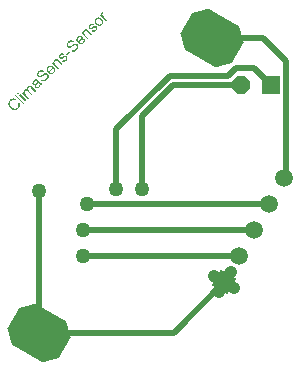
<source format=gtl>
G04*
G04 #@! TF.GenerationSoftware,Altium Limited,Altium NEXUS,1.0.9 (89)*
G04*
G04 Layer_Physical_Order=1*
G04 Layer_Color=255*
%FSLAX42Y42*%
%MOMM*%
G71*
G01*
G75*
G04:AMPARAMS|DCode=11|XSize=4mm|YSize=5mm|CornerRadius=0mm|HoleSize=0mm|Usage=FLASHONLY|Rotation=240.000|XOffset=0mm|YOffset=0mm|HoleType=Round|Shape=Octagon|*
%AMOCTAGOND11*
4,1,8,2.67,-0.38,1.67,-2.12,0.30,-2.48,-2.30,-0.98,-2.67,0.38,-1.67,2.12,-0.30,2.48,2.30,0.98,2.67,-0.38,0.0*
%
%ADD11OCTAGOND11*%

%ADD12C,1.00*%
%ADD18C,0.50*%
%ADD19P,1.65X8X22.5*%
%ADD20R,1.52X1.52*%
%ADD21P,2.16X4X105.0*%
%ADD22C,1.52*%
%ADD23C,1.27*%
G36*
X846Y2959D02*
X845D01*
X845Y2959D01*
X844Y2958D01*
X843Y2958D01*
X841Y2957D01*
X840Y2956D01*
X839Y2955D01*
X838Y2954D01*
X837Y2954D01*
X837Y2953D01*
X836Y2953D01*
X835Y2952D01*
X835Y2950D01*
X834Y2949D01*
X834Y2948D01*
Y2947D01*
Y2947D01*
Y2946D01*
Y2945D01*
X834Y2944D01*
X835Y2943D01*
X835Y2941D01*
X836Y2940D01*
X836Y2940D01*
X836Y2939D01*
X837Y2938D01*
X838Y2936D01*
X839Y2935D01*
X841Y2933D01*
X843Y2931D01*
X844Y2929D01*
X871Y2903D01*
X862Y2894D01*
X812Y2944D01*
X820Y2952D01*
X827Y2944D01*
Y2945D01*
X827Y2946D01*
X827Y2947D01*
X826Y2949D01*
X826Y2951D01*
X826Y2953D01*
X825Y2955D01*
X826Y2957D01*
Y2957D01*
X826Y2957D01*
X826Y2958D01*
X826Y2959D01*
X827Y2960D01*
X828Y2961D01*
X828Y2962D01*
X829Y2964D01*
X830Y2964D01*
X831Y2965D01*
X832Y2966D01*
X834Y2967D01*
X836Y2968D01*
X838Y2969D01*
X841Y2970D01*
X846Y2959D01*
D02*
G37*
G36*
X749Y2870D02*
X749D01*
X750Y2870D01*
X751Y2870D01*
X752Y2870D01*
X754Y2869D01*
X755Y2868D01*
X757Y2867D01*
X760Y2866D01*
X752Y2856D01*
X752Y2857D01*
X752Y2857D01*
X751Y2857D01*
X750Y2858D01*
X748Y2858D01*
X747Y2859D01*
X745Y2859D01*
X743Y2859D01*
X743D01*
X742Y2859D01*
X741Y2858D01*
X740Y2858D01*
X738Y2857D01*
X737Y2857D01*
X735Y2855D01*
X733Y2854D01*
X732Y2853D01*
X731Y2851D01*
X730Y2850D01*
X729Y2848D01*
X728Y2847D01*
X727Y2845D01*
X727Y2843D01*
Y2843D01*
X727Y2843D01*
Y2842D01*
X727Y2841D01*
X727Y2840D01*
X728Y2838D01*
X728Y2837D01*
X729Y2836D01*
X729Y2836D01*
X729Y2836D01*
X730Y2836D01*
X730Y2835D01*
X731Y2835D01*
X733Y2834D01*
X734D01*
X735Y2834D01*
X736Y2835D01*
X737Y2835D01*
X738Y2835D01*
X738Y2835D01*
X739Y2835D01*
X739Y2836D01*
X740Y2836D01*
X742Y2837D01*
X743Y2838D01*
X744Y2838D01*
X745Y2839D01*
X747Y2840D01*
X748Y2841D01*
X748Y2841D01*
X749Y2841D01*
X749Y2841D01*
X750Y2842D01*
X751Y2842D01*
X752Y2843D01*
X754Y2844D01*
X757Y2846D01*
X760Y2847D01*
X762Y2848D01*
X763Y2849D01*
X764Y2849D01*
X765Y2849D01*
X765Y2849D01*
X766Y2850D01*
X768Y2850D01*
X769Y2850D01*
X771Y2850D01*
X773D01*
X775Y2850D01*
X775D01*
X775Y2850D01*
X776Y2850D01*
X778Y2849D01*
X779Y2849D01*
X781Y2848D01*
X782Y2847D01*
X784Y2845D01*
X784Y2845D01*
X785Y2844D01*
X785Y2843D01*
X786Y2842D01*
X787Y2841D01*
X788Y2839D01*
X789Y2837D01*
X789Y2835D01*
X789Y2834D01*
X789Y2834D01*
X790Y2832D01*
Y2831D01*
X789Y2829D01*
X789Y2826D01*
X789Y2824D01*
X788Y2822D01*
X788Y2821D01*
X787Y2820D01*
X787Y2819D01*
X786Y2818D01*
X785Y2816D01*
X783Y2814D01*
X781Y2811D01*
X779Y2809D01*
X778Y2808D01*
X778Y2808D01*
X777Y2807D01*
X776Y2806D01*
X773Y2804D01*
X770Y2802D01*
X767Y2800D01*
X764Y2799D01*
X762Y2799D01*
X761Y2798D01*
X760Y2798D01*
X760Y2798D01*
X759D01*
X757Y2798D01*
X755Y2799D01*
X752Y2799D01*
X749Y2800D01*
X745Y2802D01*
X742Y2804D01*
X749Y2814D01*
X749Y2814D01*
X749Y2813D01*
X750Y2813D01*
X751Y2812D01*
X753Y2812D01*
X754Y2811D01*
X756Y2810D01*
X758Y2810D01*
X761Y2810D01*
X761Y2810D01*
X762Y2810D01*
X763Y2810D01*
X764Y2811D01*
X766Y2812D01*
X768Y2813D01*
X770Y2814D01*
X772Y2816D01*
X773Y2817D01*
X774Y2818D01*
X775Y2820D01*
X776Y2821D01*
X777Y2823D01*
X778Y2825D01*
X779Y2827D01*
Y2827D01*
Y2828D01*
Y2829D01*
X779Y2830D01*
X778Y2831D01*
X778Y2833D01*
X777Y2834D01*
X776Y2835D01*
X776Y2836D01*
X776Y2836D01*
X775Y2836D01*
X774Y2837D01*
X773Y2837D01*
X772Y2837D01*
X770Y2838D01*
X769Y2837D01*
X769D01*
X768Y2837D01*
X768Y2837D01*
X766Y2837D01*
X765Y2836D01*
X763Y2835D01*
X762Y2834D01*
X760Y2833D01*
X759Y2833D01*
X757Y2832D01*
X757Y2832D01*
X757Y2831D01*
X756Y2831D01*
X756Y2831D01*
X755Y2830D01*
X753Y2829D01*
X751Y2828D01*
X748Y2826D01*
X745Y2825D01*
X743Y2824D01*
X741Y2823D01*
X740Y2823D01*
X740Y2823D01*
X740Y2823D01*
X738Y2822D01*
X737Y2822D01*
X736Y2822D01*
X734Y2822D01*
X732D01*
X730Y2822D01*
X730D01*
X729Y2822D01*
X729Y2823D01*
X727Y2823D01*
X726Y2824D01*
X725Y2825D01*
X723Y2826D01*
X722Y2827D01*
X721Y2827D01*
X721Y2828D01*
X721Y2828D01*
X720Y2829D01*
X719Y2830D01*
X718Y2832D01*
X717Y2833D01*
X717Y2835D01*
Y2835D01*
X717Y2835D01*
X717Y2836D01*
X716Y2837D01*
X716Y2839D01*
X716Y2840D01*
Y2842D01*
X716Y2844D01*
Y2844D01*
X717Y2844D01*
X717Y2845D01*
X717Y2846D01*
X717Y2847D01*
X718Y2848D01*
X718Y2850D01*
X719Y2851D01*
X719Y2852D01*
X720Y2852D01*
X720Y2853D01*
X721Y2854D01*
X722Y2856D01*
X723Y2857D01*
X724Y2858D01*
X727Y2861D01*
X728Y2862D01*
X729Y2863D01*
X731Y2865D01*
X733Y2866D01*
X735Y2867D01*
X738Y2869D01*
X738Y2869D01*
X738D01*
X739Y2869D01*
X740Y2869D01*
X741Y2870D01*
X743Y2870D01*
X745Y2870D01*
X747Y2871D01*
X749Y2870D01*
D02*
G37*
G36*
X803Y2922D02*
X803Y2922D01*
X805Y2922D01*
X806Y2921D01*
X808Y2921D01*
X809Y2920D01*
X811Y2920D01*
X813Y2919D01*
X815Y2918D01*
X818Y2917D01*
X820Y2915D01*
X822Y2914D01*
X824Y2912D01*
X827Y2910D01*
X827Y2910D01*
X827Y2909D01*
X827Y2909D01*
X828Y2908D01*
X829Y2907D01*
X830Y2906D01*
X831Y2905D01*
X832Y2904D01*
X834Y2901D01*
X836Y2898D01*
X838Y2895D01*
X839Y2892D01*
X839Y2892D01*
Y2891D01*
X839Y2891D01*
X839Y2890D01*
X839Y2889D01*
X840Y2886D01*
X840Y2884D01*
Y2881D01*
X840Y2878D01*
X839Y2875D01*
X839Y2875D01*
Y2874D01*
X839Y2874D01*
X838Y2873D01*
X838Y2873D01*
X838Y2872D01*
X837Y2870D01*
X836Y2867D01*
X834Y2865D01*
X832Y2862D01*
X830Y2860D01*
X829Y2859D01*
X828Y2858D01*
X827Y2857D01*
X826Y2856D01*
X825Y2855D01*
X823Y2854D01*
X819Y2853D01*
X818Y2852D01*
X815Y2851D01*
X813Y2850D01*
X811Y2850D01*
X809Y2849D01*
X806Y2849D01*
X806D01*
X805Y2849D01*
X804Y2850D01*
X803Y2850D01*
X801Y2850D01*
X800Y2850D01*
X798Y2851D01*
X796Y2852D01*
X794Y2853D01*
X792Y2854D01*
X790Y2855D01*
X788Y2856D01*
X785Y2858D01*
X783Y2860D01*
X780Y2862D01*
X780Y2863D01*
X780Y2863D01*
X779Y2864D01*
X778Y2865D01*
X777Y2866D01*
X776Y2867D01*
X775Y2869D01*
X773Y2871D01*
X772Y2873D01*
X771Y2875D01*
X770Y2878D01*
X769Y2880D01*
X768Y2883D01*
X768Y2885D01*
X768Y2888D01*
Y2891D01*
Y2891D01*
X768Y2891D01*
Y2892D01*
X768Y2893D01*
X768Y2894D01*
X768Y2895D01*
X769Y2896D01*
X769Y2898D01*
X770Y2899D01*
X770Y2901D01*
X772Y2905D01*
X774Y2908D01*
X776Y2910D01*
X778Y2912D01*
X779Y2913D01*
X779Y2914D01*
X780Y2914D01*
X781Y2915D01*
X783Y2916D01*
X784Y2917D01*
X788Y2919D01*
X790Y2920D01*
X792Y2921D01*
X794Y2921D01*
X796Y2922D01*
X799Y2922D01*
X802D01*
X803Y2922D01*
D02*
G37*
G36*
X699Y2821D02*
X699D01*
X700Y2821D01*
X701Y2821D01*
X702Y2821D01*
X703Y2820D01*
X705Y2820D01*
X706Y2819D01*
X708Y2818D01*
X708Y2818D01*
X708Y2817D01*
X709Y2817D01*
X710Y2816D01*
X711Y2815D01*
X713Y2814D01*
X714Y2812D01*
X717Y2810D01*
X747Y2779D01*
X739Y2771D01*
X708Y2801D01*
X708Y2801D01*
X708Y2801D01*
X708Y2802D01*
X707Y2803D01*
X705Y2804D01*
X704Y2805D01*
X702Y2806D01*
X701Y2807D01*
X700Y2808D01*
X700Y2808D01*
X699Y2808D01*
X698Y2808D01*
X697Y2809D01*
X696Y2809D01*
X693D01*
X692Y2808D01*
X692D01*
X691Y2808D01*
X690Y2808D01*
X689Y2808D01*
X688Y2807D01*
X687Y2806D01*
X686Y2805D01*
X685Y2804D01*
X684Y2803D01*
X683Y2802D01*
X682Y2801D01*
X681Y2799D01*
X680Y2797D01*
X679Y2794D01*
X679Y2791D01*
Y2791D01*
X679Y2790D01*
X679Y2789D01*
X679Y2789D01*
X680Y2788D01*
X680Y2786D01*
X680Y2785D01*
X681Y2784D01*
X682Y2783D01*
X682Y2781D01*
X684Y2780D01*
X685Y2778D01*
X686Y2776D01*
X688Y2774D01*
X715Y2747D01*
X707Y2739D01*
X657Y2789D01*
X664Y2796D01*
X672Y2789D01*
Y2789D01*
X671Y2790D01*
X671Y2791D01*
X671Y2792D01*
X671Y2793D01*
Y2794D01*
X671Y2796D01*
X671Y2797D01*
X672Y2799D01*
X672Y2801D01*
X673Y2803D01*
X673Y2805D01*
X674Y2807D01*
X676Y2809D01*
X677Y2811D01*
X679Y2813D01*
X680Y2814D01*
X681Y2815D01*
X682Y2816D01*
X683Y2817D01*
X685Y2818D01*
X687Y2819D01*
X689Y2820D01*
X689Y2820D01*
X690Y2820D01*
X691Y2821D01*
X692Y2821D01*
X694Y2821D01*
X695Y2822D01*
X697D01*
X699Y2821D01*
D02*
G37*
G36*
X576Y2729D02*
X576Y2728D01*
X577Y2728D01*
X579Y2728D01*
X580Y2727D01*
X583Y2726D01*
X585Y2725D01*
X588Y2723D01*
X590Y2721D01*
X582Y2712D01*
X582Y2712D01*
X582Y2712D01*
X581Y2712D01*
X581Y2713D01*
X579Y2714D01*
X577Y2715D01*
X575Y2716D01*
X573Y2716D01*
X570Y2717D01*
X567Y2717D01*
X567Y2717D01*
X566Y2717D01*
X565Y2716D01*
X562Y2716D01*
X560Y2714D01*
X558Y2713D01*
X555Y2711D01*
X552Y2708D01*
X550Y2707D01*
X550Y2706D01*
X549Y2705D01*
X548Y2703D01*
X546Y2701D01*
X545Y2698D01*
X544Y2696D01*
X543Y2694D01*
X543Y2693D01*
X543Y2693D01*
Y2692D01*
X543Y2691D01*
X543Y2689D01*
X544Y2687D01*
X544Y2685D01*
X545Y2684D01*
X546Y2682D01*
X547Y2682D01*
X547Y2681D01*
X548Y2681D01*
X549Y2680D01*
X550Y2679D01*
X552Y2679D01*
X553Y2678D01*
X555D01*
X556Y2679D01*
X557Y2679D01*
X558Y2679D01*
X558Y2679D01*
X559Y2680D01*
X561Y2680D01*
X562Y2681D01*
X564Y2681D01*
X565Y2682D01*
X567Y2683D01*
X569Y2684D01*
X572Y2686D01*
X574Y2687D01*
X574Y2687D01*
X575Y2688D01*
X575Y2688D01*
X576Y2689D01*
X577Y2689D01*
X579Y2690D01*
X582Y2692D01*
X585Y2694D01*
X588Y2696D01*
X589Y2696D01*
X591Y2697D01*
X592Y2698D01*
X594Y2698D01*
X594Y2698D01*
X594Y2698D01*
X594Y2698D01*
X595Y2699D01*
X597Y2699D01*
X599Y2700D01*
X601Y2700D01*
X604Y2700D01*
X607Y2700D01*
X610Y2700D01*
X610Y2700D01*
X611Y2700D01*
X612Y2699D01*
X614Y2699D01*
X616Y2698D01*
X618Y2697D01*
X620Y2695D01*
X622Y2693D01*
X622Y2693D01*
X622Y2693D01*
X623Y2693D01*
X623Y2692D01*
X624Y2691D01*
X625Y2689D01*
X626Y2687D01*
X628Y2685D01*
X629Y2682D01*
X629Y2680D01*
X630Y2679D01*
Y2679D01*
X630Y2678D01*
X630Y2677D01*
X630Y2674D01*
X630Y2672D01*
X629Y2669D01*
X629Y2666D01*
X628Y2663D01*
X628Y2663D01*
X628Y2662D01*
X627Y2662D01*
X627Y2661D01*
X627Y2661D01*
X626Y2660D01*
X625Y2658D01*
X624Y2655D01*
X622Y2653D01*
X620Y2650D01*
X617Y2647D01*
X616Y2645D01*
X615Y2645D01*
X614Y2644D01*
X613Y2643D01*
X612Y2642D01*
X609Y2640D01*
X606Y2638D01*
X602Y2636D01*
X599Y2634D01*
X599Y2634D01*
X598Y2634D01*
X598Y2634D01*
X597Y2633D01*
X596Y2633D01*
X593Y2632D01*
X590Y2632D01*
X587Y2632D01*
X584D01*
X581Y2632D01*
X581Y2632D01*
X580D01*
X580Y2632D01*
X579Y2633D01*
X578Y2633D01*
X577Y2633D01*
X575Y2634D01*
X573Y2635D01*
X570Y2637D01*
X567Y2639D01*
X565Y2641D01*
X572Y2650D01*
X573Y2650D01*
X573Y2650D01*
X573Y2650D01*
X575Y2649D01*
X576Y2648D01*
X578Y2647D01*
X580Y2646D01*
X582Y2645D01*
X584Y2645D01*
X584D01*
X585Y2644D01*
X586Y2644D01*
X587Y2644D01*
X589D01*
X591Y2645D01*
X594Y2645D01*
X596Y2646D01*
X596Y2646D01*
X596D01*
X597Y2647D01*
X599Y2647D01*
X600Y2648D01*
X602Y2649D01*
X604Y2651D01*
X606Y2653D01*
X609Y2655D01*
X610Y2656D01*
X610Y2657D01*
X612Y2658D01*
X613Y2660D01*
X614Y2661D01*
X615Y2663D01*
X616Y2665D01*
X616Y2666D01*
X617Y2666D01*
X617Y2667D01*
X617Y2669D01*
X618Y2670D01*
X618Y2672D01*
X618Y2674D01*
X618Y2676D01*
Y2676D01*
X618Y2676D01*
X618Y2677D01*
X617Y2678D01*
X617Y2680D01*
X616Y2681D01*
X615Y2682D01*
X614Y2684D01*
X614Y2684D01*
X614Y2684D01*
X613Y2685D01*
X612Y2685D01*
X611Y2686D01*
X610Y2686D01*
X608Y2687D01*
X607Y2687D01*
X606D01*
X606Y2687D01*
X605Y2687D01*
X604D01*
X602Y2687D01*
X601Y2687D01*
X598Y2686D01*
X596Y2685D01*
X596D01*
X596Y2685D01*
X594Y2684D01*
X594Y2684D01*
X593Y2683D01*
X592Y2683D01*
X591Y2682D01*
X589Y2682D01*
X588Y2681D01*
X586Y2680D01*
X585Y2679D01*
X583Y2678D01*
X581Y2676D01*
X581Y2676D01*
X580Y2676D01*
X580Y2676D01*
X579Y2675D01*
X578Y2674D01*
X577Y2674D01*
X574Y2672D01*
X571Y2671D01*
X568Y2669D01*
X565Y2668D01*
X564Y2668D01*
X563Y2667D01*
X563Y2667D01*
X563D01*
X562Y2667D01*
X560Y2667D01*
X558Y2666D01*
X556Y2666D01*
X554Y2666D01*
X552Y2666D01*
X549Y2666D01*
X549Y2666D01*
X548Y2666D01*
X547Y2667D01*
X546Y2668D01*
X544Y2668D01*
X542Y2670D01*
X540Y2671D01*
X538Y2673D01*
X538Y2673D01*
X538Y2673D01*
X538Y2673D01*
X537Y2673D01*
X537Y2675D01*
X535Y2676D01*
X534Y2678D01*
X533Y2680D01*
X532Y2682D01*
X531Y2685D01*
X531Y2685D01*
Y2685D01*
X531Y2686D01*
X531Y2688D01*
Y2690D01*
X531Y2692D01*
X531Y2695D01*
X532Y2698D01*
X533Y2701D01*
X533Y2701D01*
X533Y2701D01*
X533Y2702D01*
X534Y2702D01*
X534Y2703D01*
X534Y2704D01*
X536Y2706D01*
X537Y2708D01*
X539Y2711D01*
X541Y2713D01*
X543Y2716D01*
X545Y2717D01*
X545Y2718D01*
X546Y2718D01*
X548Y2720D01*
X551Y2722D01*
X553Y2724D01*
X556Y2725D01*
X559Y2727D01*
X560Y2727D01*
X560Y2727D01*
X560Y2727D01*
X561Y2727D01*
X562Y2728D01*
X565Y2728D01*
X567Y2729D01*
X570Y2729D01*
X573D01*
X576Y2729D01*
D02*
G37*
G36*
X647Y2766D02*
X648Y2766D01*
X649Y2766D01*
X650Y2765D01*
X652Y2765D01*
X654Y2765D01*
X656Y2764D01*
X658Y2763D01*
X660Y2762D01*
X662Y2761D01*
X664Y2759D01*
X666Y2758D01*
X669Y2756D01*
X671Y2753D01*
X671Y2753D01*
X672Y2753D01*
X673Y2752D01*
X673Y2751D01*
X636Y2714D01*
X636Y2714D01*
X636Y2713D01*
X637Y2713D01*
X637Y2713D01*
X638Y2712D01*
X639Y2711D01*
X641Y2710D01*
X644Y2708D01*
X647Y2707D01*
X650Y2706D01*
X653Y2706D01*
X655D01*
X656Y2706D01*
X658Y2706D01*
X661Y2707D01*
X663Y2708D01*
X666Y2710D01*
X668Y2712D01*
X669Y2713D01*
X670Y2714D01*
X671Y2715D01*
X672Y2716D01*
X672Y2718D01*
X673Y2720D01*
X674Y2722D01*
Y2722D01*
Y2723D01*
X674Y2724D01*
X674Y2726D01*
X674Y2728D01*
X673Y2730D01*
X672Y2733D01*
X671Y2735D01*
X681Y2743D01*
X681Y2743D01*
X681Y2743D01*
X682Y2742D01*
X682Y2741D01*
X682Y2740D01*
X683Y2739D01*
X684Y2737D01*
X685Y2734D01*
X685Y2731D01*
X685Y2727D01*
X685Y2723D01*
X685Y2723D01*
X685Y2723D01*
X685Y2722D01*
X685Y2722D01*
X685Y2721D01*
X684Y2720D01*
X684Y2719D01*
X683Y2717D01*
X682Y2715D01*
X680Y2711D01*
X678Y2708D01*
X675Y2705D01*
X674Y2704D01*
X673Y2703D01*
X672Y2702D01*
X671Y2701D01*
X670Y2700D01*
X668Y2699D01*
X664Y2697D01*
X662Y2696D01*
X660Y2696D01*
X658Y2695D01*
X656Y2694D01*
X653Y2694D01*
X651Y2694D01*
X650D01*
X650Y2694D01*
X649Y2694D01*
X648Y2695D01*
X646Y2695D01*
X645Y2695D01*
X643Y2696D01*
X641Y2696D01*
X639Y2697D01*
X637Y2698D01*
X635Y2700D01*
X633Y2701D01*
X630Y2703D01*
X628Y2705D01*
X626Y2707D01*
X626Y2707D01*
X625Y2707D01*
X624Y2708D01*
X624Y2709D01*
X623Y2710D01*
X622Y2711D01*
X620Y2713D01*
X619Y2715D01*
X617Y2719D01*
X616Y2721D01*
X615Y2723D01*
X614Y2725D01*
X613Y2728D01*
X613Y2730D01*
X612Y2733D01*
Y2733D01*
Y2733D01*
X613Y2734D01*
X612Y2735D01*
X613Y2736D01*
X613Y2738D01*
X613Y2739D01*
X613Y2741D01*
X614Y2743D01*
X615Y2745D01*
X615Y2746D01*
X616Y2749D01*
X617Y2751D01*
X619Y2753D01*
X621Y2755D01*
X622Y2757D01*
X623Y2758D01*
X624Y2758D01*
X625Y2759D01*
X626Y2760D01*
X628Y2761D01*
X629Y2762D01*
X632Y2763D01*
X634Y2764D01*
X636Y2765D01*
X638Y2765D01*
X641Y2766D01*
X643Y2766D01*
X646D01*
X647Y2766D01*
D02*
G37*
G36*
X559Y2632D02*
X533Y2606D01*
X524Y2614D01*
X550Y2641D01*
X559Y2632D01*
D02*
G37*
G36*
X497Y2619D02*
X497D01*
X498Y2618D01*
X499Y2618D01*
X500Y2618D01*
X502Y2617D01*
X504Y2616D01*
X505Y2615D01*
X508Y2614D01*
X500Y2604D01*
X500Y2605D01*
X500Y2605D01*
X499Y2605D01*
X498Y2606D01*
X496Y2606D01*
X495Y2607D01*
X493Y2607D01*
X491Y2607D01*
X491D01*
X490Y2607D01*
X489Y2607D01*
X488Y2606D01*
X487Y2606D01*
X485Y2605D01*
X483Y2603D01*
X481Y2602D01*
X480Y2601D01*
X479Y2600D01*
X478Y2598D01*
X477Y2597D01*
X476Y2595D01*
X475Y2593D01*
X475Y2591D01*
Y2591D01*
X475Y2591D01*
Y2590D01*
X475Y2589D01*
X475Y2588D01*
X476Y2587D01*
X476Y2585D01*
X477Y2584D01*
X477Y2584D01*
X477Y2584D01*
X478Y2584D01*
X478Y2584D01*
X479Y2583D01*
X481Y2582D01*
X483D01*
X483Y2583D01*
X484Y2583D01*
X485Y2583D01*
X486Y2583D01*
X487Y2584D01*
X487Y2584D01*
X487Y2584D01*
X488Y2584D01*
X490Y2585D01*
X491Y2586D01*
X492Y2586D01*
X493Y2587D01*
X495Y2588D01*
X496Y2589D01*
X496Y2589D01*
X497Y2589D01*
X497Y2589D01*
X498Y2590D01*
X499Y2590D01*
X500Y2591D01*
X502Y2592D01*
X505Y2594D01*
X508Y2595D01*
X510Y2596D01*
X512Y2597D01*
X513Y2597D01*
X513Y2597D01*
X513Y2598D01*
X514Y2598D01*
X516Y2598D01*
X517Y2598D01*
X519Y2599D01*
X521D01*
X523Y2598D01*
X523D01*
X524Y2598D01*
X524Y2598D01*
X526Y2597D01*
X527Y2597D01*
X529Y2596D01*
X530Y2595D01*
X532Y2593D01*
X532Y2593D01*
X533Y2593D01*
X533Y2592D01*
X534Y2590D01*
X535Y2589D01*
X536Y2587D01*
X537Y2585D01*
X537Y2583D01*
X537Y2582D01*
X538Y2582D01*
X538Y2580D01*
Y2579D01*
X538Y2577D01*
X537Y2574D01*
X537Y2572D01*
X536Y2570D01*
X536Y2569D01*
X536Y2569D01*
X535Y2567D01*
X534Y2566D01*
X533Y2564D01*
X531Y2562D01*
X530Y2560D01*
X528Y2557D01*
X527Y2556D01*
X526Y2556D01*
X525Y2555D01*
X524Y2554D01*
X521Y2552D01*
X519Y2550D01*
X516Y2549D01*
X512Y2547D01*
X510Y2547D01*
X509Y2546D01*
X509Y2546D01*
X508Y2546D01*
X507D01*
X505Y2547D01*
X503Y2547D01*
X500Y2547D01*
X497Y2548D01*
X493Y2550D01*
X490Y2552D01*
X497Y2562D01*
X497Y2562D01*
X497Y2562D01*
X498Y2561D01*
X499Y2560D01*
X501Y2560D01*
X503Y2559D01*
X504Y2558D01*
X507Y2558D01*
X509Y2558D01*
X509Y2558D01*
X510Y2558D01*
X511Y2558D01*
X512Y2559D01*
X514Y2560D01*
X516Y2561D01*
X518Y2562D01*
X521Y2564D01*
X521Y2565D01*
X522Y2566D01*
X524Y2568D01*
X525Y2569D01*
X526Y2571D01*
X526Y2573D01*
X527Y2575D01*
Y2575D01*
Y2576D01*
Y2577D01*
X527Y2578D01*
X526Y2580D01*
X526Y2581D01*
X525Y2582D01*
X524Y2584D01*
X524Y2584D01*
X524Y2584D01*
X523Y2585D01*
X522Y2585D01*
X521Y2585D01*
X520Y2586D01*
X519Y2586D01*
X517Y2586D01*
X517D01*
X516Y2585D01*
X516Y2585D01*
X515Y2585D01*
X513Y2584D01*
X511Y2583D01*
X510Y2582D01*
X509Y2582D01*
X507Y2581D01*
X506Y2580D01*
X505Y2580D01*
X505Y2580D01*
X504Y2579D01*
X504Y2579D01*
X503Y2578D01*
X502Y2577D01*
X499Y2576D01*
X496Y2575D01*
X493Y2573D01*
X491Y2572D01*
X490Y2571D01*
X489Y2571D01*
X488Y2571D01*
X488Y2571D01*
X487Y2570D01*
X485Y2570D01*
X484Y2570D01*
X482Y2570D01*
X480D01*
X478Y2570D01*
X478D01*
X478Y2570D01*
X477Y2571D01*
X475Y2571D01*
X474Y2572D01*
X473Y2573D01*
X471Y2574D01*
X470Y2575D01*
X470Y2575D01*
X469Y2576D01*
X469Y2577D01*
X468Y2577D01*
X467Y2578D01*
X466Y2580D01*
X466Y2581D01*
X465Y2583D01*
Y2583D01*
X465Y2584D01*
X465Y2584D01*
X465Y2586D01*
X464Y2587D01*
X464Y2589D01*
Y2590D01*
X464Y2592D01*
Y2592D01*
X465Y2592D01*
X465Y2593D01*
X465Y2594D01*
X465Y2595D01*
X466Y2597D01*
X467Y2598D01*
X467Y2600D01*
X468Y2600D01*
X468Y2600D01*
X468Y2601D01*
X469Y2602D01*
X470Y2604D01*
X471Y2605D01*
X472Y2607D01*
X475Y2609D01*
X476Y2610D01*
X477Y2611D01*
X479Y2613D01*
X481Y2614D01*
X483Y2616D01*
X486Y2617D01*
X486Y2617D01*
X486D01*
X487Y2617D01*
X488Y2617D01*
X489Y2618D01*
X491Y2618D01*
X493Y2619D01*
X495Y2619D01*
X497Y2619D01*
D02*
G37*
G36*
X447Y2569D02*
X447D01*
X448Y2569D01*
X449Y2569D01*
X450Y2569D01*
X451Y2568D01*
X453Y2568D01*
X454Y2567D01*
X456Y2566D01*
X456Y2566D01*
X456Y2566D01*
X457Y2565D01*
X458Y2564D01*
X459Y2563D01*
X461Y2562D01*
X463Y2560D01*
X465Y2558D01*
X495Y2527D01*
X487Y2519D01*
X457Y2549D01*
X456Y2549D01*
X456Y2549D01*
X456Y2550D01*
X455Y2551D01*
X453Y2552D01*
X452Y2553D01*
X451Y2554D01*
X449Y2555D01*
X448Y2556D01*
X448Y2556D01*
X447Y2556D01*
X446Y2557D01*
X445Y2557D01*
X444Y2557D01*
X442D01*
X440Y2557D01*
X440D01*
X439Y2556D01*
X439Y2556D01*
X438Y2556D01*
X437Y2555D01*
X435Y2554D01*
X434Y2553D01*
X433Y2552D01*
X432Y2551D01*
X431Y2550D01*
X430Y2549D01*
X429Y2547D01*
X428Y2545D01*
X427Y2542D01*
X427Y2540D01*
Y2539D01*
X427Y2538D01*
X427Y2537D01*
X427Y2537D01*
X428Y2536D01*
X428Y2535D01*
X428Y2533D01*
X429Y2532D01*
X430Y2531D01*
X431Y2529D01*
X432Y2528D01*
X433Y2526D01*
X434Y2524D01*
X436Y2523D01*
X463Y2495D01*
X455Y2487D01*
X405Y2537D01*
X412Y2545D01*
X420Y2537D01*
Y2538D01*
X420Y2538D01*
X419Y2539D01*
X419Y2540D01*
X419Y2541D01*
Y2542D01*
X419Y2544D01*
X419Y2546D01*
X420Y2547D01*
X420Y2549D01*
X421Y2551D01*
X422Y2553D01*
X423Y2555D01*
X424Y2557D01*
X425Y2560D01*
X427Y2561D01*
X428Y2562D01*
X429Y2563D01*
X430Y2564D01*
X432Y2565D01*
X433Y2566D01*
X435Y2567D01*
X437Y2568D01*
X437Y2568D01*
X438Y2568D01*
X439Y2569D01*
X440Y2569D01*
X442Y2569D01*
X444Y2570D01*
X445D01*
X447Y2569D01*
D02*
G37*
G36*
X324Y2477D02*
X324Y2477D01*
X325Y2476D01*
X327Y2476D01*
X329Y2475D01*
X331Y2474D01*
X333Y2473D01*
X336Y2471D01*
X338Y2469D01*
X330Y2460D01*
X330Y2460D01*
X330Y2460D01*
X329Y2461D01*
X329Y2461D01*
X327Y2462D01*
X325Y2463D01*
X323Y2464D01*
X321Y2465D01*
X318Y2465D01*
X315Y2465D01*
X315Y2465D01*
X314Y2465D01*
X313Y2464D01*
X311Y2464D01*
X308Y2463D01*
X306Y2461D01*
X303Y2459D01*
X300Y2456D01*
X299Y2455D01*
X298Y2454D01*
X297Y2453D01*
X296Y2451D01*
X294Y2449D01*
X293Y2446D01*
X292Y2444D01*
X291Y2442D01*
X291Y2441D01*
X291Y2441D01*
Y2440D01*
X291Y2439D01*
X291Y2437D01*
X292Y2435D01*
X292Y2434D01*
X293Y2432D01*
X295Y2430D01*
X295Y2430D01*
X295Y2429D01*
X296Y2429D01*
X297Y2428D01*
X298Y2428D01*
X300Y2427D01*
X301Y2427D01*
X304D01*
X304Y2427D01*
X305Y2427D01*
X306Y2427D01*
X307Y2427D01*
X308Y2428D01*
X309Y2428D01*
X310Y2429D01*
X312Y2429D01*
X313Y2430D01*
X315Y2431D01*
X317Y2432D01*
X320Y2434D01*
X322Y2435D01*
X322Y2435D01*
X323Y2436D01*
X323Y2436D01*
X324Y2437D01*
X325Y2437D01*
X327Y2438D01*
X330Y2440D01*
X333Y2442D01*
X336Y2444D01*
X338Y2444D01*
X339Y2445D01*
X341Y2446D01*
X342Y2446D01*
X342Y2446D01*
X342Y2447D01*
X343Y2447D01*
X343Y2447D01*
X345Y2447D01*
X347Y2448D01*
X349Y2448D01*
X352Y2449D01*
X355Y2448D01*
X358Y2448D01*
X358Y2448D01*
X359Y2448D01*
X360Y2447D01*
X362Y2447D01*
X364Y2446D01*
X366Y2445D01*
X368Y2443D01*
X370Y2441D01*
X370Y2441D01*
X371Y2441D01*
X371Y2441D01*
X371Y2440D01*
X372Y2439D01*
X373Y2437D01*
X375Y2435D01*
X376Y2433D01*
X377Y2431D01*
X378Y2428D01*
X378Y2428D01*
Y2427D01*
X378Y2426D01*
X378Y2425D01*
X378Y2423D01*
X378Y2420D01*
X378Y2417D01*
X377Y2414D01*
X376Y2411D01*
X376Y2411D01*
X376Y2411D01*
X376Y2410D01*
X375Y2410D01*
X375Y2409D01*
X375Y2408D01*
X373Y2406D01*
X372Y2403D01*
X370Y2401D01*
X368Y2398D01*
X365Y2395D01*
X364Y2394D01*
X363Y2393D01*
X362Y2392D01*
X361Y2391D01*
X360Y2390D01*
X357Y2388D01*
X354Y2386D01*
X350Y2384D01*
X347Y2382D01*
X347Y2382D01*
X347Y2382D01*
X346Y2382D01*
X345Y2382D01*
X344Y2381D01*
X341Y2381D01*
X339Y2380D01*
X336Y2380D01*
X332D01*
X329Y2380D01*
X329Y2380D01*
X329D01*
X328Y2381D01*
X327Y2381D01*
X327Y2381D01*
X326Y2381D01*
X323Y2382D01*
X321Y2383D01*
X318Y2385D01*
X315Y2387D01*
X313Y2389D01*
X321Y2399D01*
X321Y2398D01*
X321Y2398D01*
X321Y2398D01*
X323Y2397D01*
X324Y2396D01*
X326Y2395D01*
X328Y2394D01*
X330Y2393D01*
X332Y2393D01*
X332D01*
X333Y2393D01*
X334Y2392D01*
X336Y2393D01*
X337D01*
X339Y2393D01*
X342Y2393D01*
X344Y2394D01*
X344Y2394D01*
X345D01*
X345Y2395D01*
X347Y2396D01*
X348Y2396D01*
X350Y2397D01*
X352Y2399D01*
X355Y2401D01*
X357Y2403D01*
X358Y2404D01*
X359Y2405D01*
X360Y2406D01*
X361Y2408D01*
X362Y2409D01*
X363Y2411D01*
X364Y2413D01*
X365Y2414D01*
X365Y2414D01*
X365Y2415D01*
X366Y2417D01*
X366Y2418D01*
X366Y2420D01*
X366Y2422D01*
X366Y2424D01*
Y2424D01*
X366Y2424D01*
X366Y2425D01*
X365Y2426D01*
X365Y2428D01*
X364Y2429D01*
X363Y2430D01*
X362Y2432D01*
X362Y2432D01*
X362Y2432D01*
X361Y2433D01*
X360Y2433D01*
X359Y2434D01*
X358Y2435D01*
X356Y2435D01*
X355Y2435D01*
X355D01*
X354Y2436D01*
X353Y2435D01*
X352D01*
X350Y2435D01*
X349Y2435D01*
X347Y2434D01*
X344Y2433D01*
X344D01*
X344Y2433D01*
X343Y2432D01*
X342Y2432D01*
X341Y2432D01*
X340Y2431D01*
X339Y2430D01*
X338Y2430D01*
X336Y2429D01*
X335Y2428D01*
X333Y2427D01*
X331Y2426D01*
X329Y2424D01*
X329Y2424D01*
X328Y2424D01*
X328Y2424D01*
X327Y2423D01*
X326Y2423D01*
X325Y2422D01*
X322Y2421D01*
X319Y2419D01*
X316Y2417D01*
X314Y2416D01*
X312Y2416D01*
X311Y2415D01*
X311Y2415D01*
X311D01*
X310Y2415D01*
X308Y2415D01*
X307Y2414D01*
X304Y2414D01*
X302Y2414D01*
X300Y2414D01*
X297Y2414D01*
X297Y2414D01*
X296Y2415D01*
X295Y2415D01*
X294Y2416D01*
X292Y2416D01*
X290Y2418D01*
X288Y2419D01*
X286Y2421D01*
X286Y2421D01*
X286Y2421D01*
X286Y2421D01*
X285Y2422D01*
X285Y2423D01*
X284Y2424D01*
X282Y2426D01*
X281Y2428D01*
X280Y2431D01*
X279Y2433D01*
X279Y2433D01*
Y2434D01*
X279Y2435D01*
X279Y2436D01*
Y2438D01*
X279Y2440D01*
X279Y2443D01*
X280Y2446D01*
X281Y2449D01*
X281Y2449D01*
X281Y2449D01*
X282Y2450D01*
X282Y2450D01*
X282Y2451D01*
X283Y2452D01*
X284Y2454D01*
X285Y2456D01*
X287Y2459D01*
X289Y2461D01*
X291Y2464D01*
X293Y2465D01*
X293Y2466D01*
X294Y2467D01*
X296Y2468D01*
X299Y2470D01*
X301Y2472D01*
X304Y2473D01*
X308Y2475D01*
X308Y2475D01*
X308Y2475D01*
X308Y2475D01*
X309Y2476D01*
X311Y2476D01*
X313Y2476D01*
X315Y2477D01*
X318Y2477D01*
X321D01*
X324Y2477D01*
D02*
G37*
G36*
X395Y2514D02*
X396Y2514D01*
X397Y2514D01*
X399Y2514D01*
X400Y2513D01*
X402Y2513D01*
X404Y2512D01*
X406Y2511D01*
X408Y2510D01*
X410Y2509D01*
X412Y2507D01*
X415Y2506D01*
X417Y2504D01*
X419Y2502D01*
X419Y2501D01*
X420Y2501D01*
X421Y2500D01*
X421Y2499D01*
X384Y2462D01*
X384Y2462D01*
X385Y2461D01*
X385Y2461D01*
X386Y2461D01*
X386Y2460D01*
X387Y2459D01*
X390Y2458D01*
X392Y2456D01*
X395Y2455D01*
X398Y2454D01*
X401Y2454D01*
X403D01*
X404Y2454D01*
X407Y2455D01*
X409Y2455D01*
X411Y2456D01*
X414Y2458D01*
X416Y2460D01*
X417Y2461D01*
X418Y2462D01*
X419Y2463D01*
X420Y2465D01*
X421Y2466D01*
X421Y2468D01*
X422Y2470D01*
Y2471D01*
Y2471D01*
X422Y2472D01*
X422Y2474D01*
X422Y2476D01*
X421Y2478D01*
X420Y2481D01*
X419Y2484D01*
X429Y2491D01*
X429Y2491D01*
X429Y2491D01*
X430Y2490D01*
X430Y2489D01*
X431Y2489D01*
X431Y2488D01*
X432Y2485D01*
X433Y2482D01*
X433Y2479D01*
X434Y2475D01*
X433Y2472D01*
X433Y2471D01*
X433Y2471D01*
X433Y2471D01*
X433Y2470D01*
X433Y2469D01*
X432Y2468D01*
X432Y2467D01*
X432Y2466D01*
X430Y2463D01*
X429Y2460D01*
X426Y2456D01*
X423Y2453D01*
X422Y2452D01*
X421Y2451D01*
X420Y2450D01*
X419Y2449D01*
X418Y2448D01*
X416Y2448D01*
X413Y2446D01*
X411Y2445D01*
X408Y2444D01*
X406Y2443D01*
X404Y2443D01*
X401Y2442D01*
X399Y2442D01*
X399D01*
X398Y2442D01*
X397Y2442D01*
X396Y2443D01*
X394Y2443D01*
X393Y2443D01*
X391Y2444D01*
X389Y2445D01*
X387Y2445D01*
X385Y2446D01*
X383Y2448D01*
X381Y2449D01*
X378Y2451D01*
X376Y2453D01*
X374Y2455D01*
X374Y2455D01*
X373Y2455D01*
X373Y2456D01*
X372Y2457D01*
X371Y2458D01*
X370Y2460D01*
X369Y2461D01*
X367Y2463D01*
X365Y2467D01*
X364Y2469D01*
X363Y2471D01*
X362Y2474D01*
X361Y2476D01*
X361Y2479D01*
X361Y2481D01*
Y2481D01*
Y2482D01*
X361Y2482D01*
X361Y2483D01*
X361Y2484D01*
X361Y2486D01*
X361Y2487D01*
X362Y2489D01*
X362Y2491D01*
X363Y2493D01*
X364Y2495D01*
X365Y2497D01*
X366Y2499D01*
X367Y2501D01*
X369Y2503D01*
X370Y2505D01*
X371Y2506D01*
X372Y2506D01*
X373Y2507D01*
X374Y2508D01*
X376Y2509D01*
X377Y2510D01*
X380Y2512D01*
X382Y2512D01*
X384Y2513D01*
X387Y2514D01*
X389Y2514D01*
X391Y2514D01*
X394D01*
X395Y2514D01*
D02*
G37*
G36*
X276Y2398D02*
X276Y2398D01*
X277Y2398D01*
X279Y2398D01*
X280Y2397D01*
X282Y2396D01*
X283Y2395D01*
X283Y2395D01*
X284Y2395D01*
X284Y2395D01*
X285Y2394D01*
X286Y2393D01*
X288Y2392D01*
X290Y2390D01*
X292Y2388D01*
X303Y2377D01*
X303Y2377D01*
X303Y2376D01*
X304Y2376D01*
X305Y2375D01*
X306Y2374D01*
X307Y2373D01*
X309Y2371D01*
X312Y2368D01*
X314Y2366D01*
X316Y2365D01*
X317Y2364D01*
X318Y2363D01*
X318Y2362D01*
X319Y2362D01*
X319Y2362D01*
X320Y2361D01*
X321Y2361D01*
X322Y2360D01*
X323Y2360D01*
X326Y2358D01*
X318Y2350D01*
X317D01*
X317Y2350D01*
X316Y2350D01*
X315Y2351D01*
X314Y2351D01*
X313Y2352D01*
X311Y2353D01*
X310Y2354D01*
Y2354D01*
X309Y2353D01*
X309Y2351D01*
X309Y2349D01*
X309Y2347D01*
X308Y2344D01*
X307Y2342D01*
X306Y2339D01*
X306Y2339D01*
X306Y2338D01*
X305Y2337D01*
X304Y2336D01*
X303Y2334D01*
X302Y2332D01*
X300Y2330D01*
X299Y2328D01*
X298Y2328D01*
X297Y2327D01*
X296Y2326D01*
X296Y2326D01*
X293Y2324D01*
X291Y2323D01*
X288Y2321D01*
X285Y2320D01*
X282Y2320D01*
X280D01*
X279Y2320D01*
X277Y2320D01*
X275Y2321D01*
X272Y2322D01*
X270Y2323D01*
X268Y2324D01*
X267Y2325D01*
X267Y2326D01*
X267Y2326D01*
X266Y2327D01*
X265Y2328D01*
X264Y2329D01*
X264Y2331D01*
X263Y2332D01*
X262Y2334D01*
Y2334D01*
X262Y2335D01*
X262Y2336D01*
X261Y2337D01*
X261Y2338D01*
Y2340D01*
X261Y2341D01*
X262Y2343D01*
Y2343D01*
X262Y2344D01*
X262Y2345D01*
X262Y2346D01*
X263Y2347D01*
X263Y2349D01*
X264Y2350D01*
X265Y2352D01*
X265Y2352D01*
X265Y2353D01*
X266Y2353D01*
X266Y2354D01*
X267Y2356D01*
X268Y2357D01*
X270Y2359D01*
X271Y2361D01*
X271Y2361D01*
X272Y2361D01*
X272Y2362D01*
X273Y2363D01*
X273Y2364D01*
X274Y2365D01*
X275Y2366D01*
X276Y2367D01*
X278Y2370D01*
X280Y2373D01*
X282Y2376D01*
X283Y2378D01*
X283Y2379D01*
X283Y2379D01*
X283Y2379D01*
X283Y2380D01*
X282Y2381D01*
X282Y2381D01*
X281Y2381D01*
X281Y2381D01*
X281Y2381D01*
X281Y2382D01*
X280Y2383D01*
X278Y2384D01*
X277Y2385D01*
X275Y2386D01*
X273Y2386D01*
X272Y2386D01*
X271D01*
X271Y2386D01*
X269Y2386D01*
X268Y2385D01*
X266Y2384D01*
X264Y2383D01*
X261Y2381D01*
X259Y2379D01*
X258Y2378D01*
X257Y2377D01*
X256Y2376D01*
X255Y2374D01*
X254Y2372D01*
X253Y2370D01*
X252Y2368D01*
Y2368D01*
X252Y2367D01*
Y2366D01*
X252Y2365D01*
X253Y2363D01*
X253Y2361D01*
X254Y2359D01*
X255Y2357D01*
X246Y2350D01*
X246Y2350D01*
Y2350D01*
X245Y2351D01*
X245Y2352D01*
X244Y2354D01*
X243Y2355D01*
X242Y2357D01*
X242Y2360D01*
X241Y2362D01*
Y2362D01*
Y2363D01*
X241Y2364D01*
X241Y2366D01*
X242Y2367D01*
X242Y2369D01*
X243Y2372D01*
X244Y2374D01*
X244Y2374D01*
Y2375D01*
X244Y2375D01*
X244Y2376D01*
X245Y2377D01*
X246Y2379D01*
X247Y2380D01*
X249Y2383D01*
X251Y2385D01*
X253Y2388D01*
X254Y2389D01*
X256Y2390D01*
X257Y2391D01*
X259Y2393D01*
X261Y2394D01*
X263Y2395D01*
X265Y2396D01*
X265Y2397D01*
X266Y2397D01*
X267Y2397D01*
X268Y2398D01*
X270Y2398D01*
X272Y2398D01*
X273Y2399D01*
X275D01*
X276Y2398D01*
D02*
G37*
G36*
X221Y2346D02*
X223Y2345D01*
X225Y2345D01*
X228Y2344D01*
X229Y2343D01*
X230Y2342D01*
X232Y2341D01*
X233Y2340D01*
X235Y2339D01*
X237Y2337D01*
X271Y2303D01*
X262Y2294D01*
X231Y2326D01*
X231Y2326D01*
X231Y2326D01*
X230Y2327D01*
X229Y2328D01*
X228Y2328D01*
X227Y2330D01*
X225Y2331D01*
X224Y2332D01*
X223Y2332D01*
X223Y2332D01*
X222Y2332D01*
X222Y2333D01*
X221Y2333D01*
X220Y2333D01*
X219Y2333D01*
X217D01*
X216Y2333D01*
X216D01*
X216Y2333D01*
X215Y2332D01*
X214Y2332D01*
X213Y2332D01*
X212Y2331D01*
X211Y2330D01*
X210Y2329D01*
X209Y2329D01*
X209Y2328D01*
X208Y2327D01*
X207Y2326D01*
X206Y2324D01*
X205Y2322D01*
X205Y2319D01*
X204Y2317D01*
X204Y2316D01*
Y2316D01*
X205Y2314D01*
X205Y2312D01*
X206Y2310D01*
X208Y2308D01*
X210Y2305D01*
X212Y2302D01*
X241Y2273D01*
X233Y2265D01*
X200Y2297D01*
X200Y2297D01*
X200Y2297D01*
X200Y2297D01*
X199Y2298D01*
X198Y2299D01*
X197Y2300D01*
X195Y2301D01*
X193Y2302D01*
X192Y2303D01*
X190Y2303D01*
X188D01*
X187Y2303D01*
X185Y2303D01*
X183Y2302D01*
X182Y2301D01*
X180Y2300D01*
X179Y2299D01*
X179Y2298D01*
X178Y2297D01*
X177Y2296D01*
X176Y2294D01*
X176Y2293D01*
X175Y2291D01*
Y2291D01*
X175Y2290D01*
Y2289D01*
X175Y2288D01*
X175Y2286D01*
X175Y2285D01*
X176Y2283D01*
X176Y2281D01*
X176Y2281D01*
X177Y2280D01*
X178Y2279D01*
X178Y2278D01*
X180Y2276D01*
X181Y2274D01*
X183Y2272D01*
X186Y2269D01*
X211Y2243D01*
X203Y2235D01*
X153Y2285D01*
X160Y2292D01*
X167Y2285D01*
X167Y2286D01*
X167Y2286D01*
X167Y2288D01*
X167Y2289D01*
Y2291D01*
Y2293D01*
X167Y2295D01*
X168Y2298D01*
X168Y2298D01*
X168Y2299D01*
X169Y2300D01*
X169Y2301D01*
X170Y2303D01*
X171Y2305D01*
X173Y2307D01*
X175Y2309D01*
X175Y2310D01*
X177Y2311D01*
X178Y2312D01*
X180Y2313D01*
X182Y2314D01*
X184Y2315D01*
X186Y2316D01*
X186Y2316D01*
X187Y2316D01*
X188Y2316D01*
X191D01*
X193Y2316D01*
X195Y2315D01*
X198Y2314D01*
Y2314D01*
X197Y2315D01*
X197Y2316D01*
Y2317D01*
X197Y2318D01*
Y2319D01*
Y2321D01*
X197Y2323D01*
X198Y2325D01*
X198Y2327D01*
X198Y2329D01*
X199Y2331D01*
X200Y2333D01*
X201Y2335D01*
X203Y2337D01*
X204Y2339D01*
X205Y2339D01*
X206Y2340D01*
X206Y2340D01*
X207Y2341D01*
X209Y2342D01*
X211Y2344D01*
X214Y2345D01*
X217Y2346D01*
X220Y2346D01*
X220D01*
X221Y2346D01*
D02*
G37*
G36*
X131Y2281D02*
X122Y2273D01*
X112Y2283D01*
X121Y2291D01*
X131Y2281D01*
D02*
G37*
G36*
X80Y2236D02*
X82D01*
X83Y2236D01*
X85Y2235D01*
X87Y2235D01*
X90Y2235D01*
X92Y2234D01*
X94Y2233D01*
X96Y2232D01*
X99Y2231D01*
X92Y2220D01*
X92Y2220D01*
X91Y2220D01*
X91Y2220D01*
X90Y2221D01*
X89Y2221D01*
X88Y2221D01*
X86Y2222D01*
X83Y2223D01*
X80Y2224D01*
X77Y2224D01*
X74Y2224D01*
X73Y2224D01*
X72Y2223D01*
X71Y2223D01*
X69Y2222D01*
X67Y2221D01*
X64Y2220D01*
X61Y2218D01*
X59Y2216D01*
X58Y2215D01*
X58Y2214D01*
X57Y2214D01*
X56Y2213D01*
X55Y2211D01*
X53Y2208D01*
X51Y2205D01*
X50Y2202D01*
X49Y2199D01*
X49Y2198D01*
X49Y2198D01*
X49Y2197D01*
X49Y2195D01*
Y2193D01*
X49Y2190D01*
X50Y2187D01*
X51Y2184D01*
X52Y2181D01*
X52Y2181D01*
X52Y2180D01*
X53Y2180D01*
X53Y2179D01*
X53Y2179D01*
X54Y2178D01*
X55Y2176D01*
X57Y2173D01*
X59Y2171D01*
X61Y2168D01*
X63Y2165D01*
X63Y2165D01*
X64Y2165D01*
X64Y2165D01*
X65Y2164D01*
X66Y2163D01*
X67Y2162D01*
X68Y2162D01*
X69Y2160D01*
X71Y2158D01*
X75Y2156D01*
X78Y2154D01*
X81Y2153D01*
X81Y2152D01*
X82Y2152D01*
X82Y2152D01*
X83Y2152D01*
X85Y2151D01*
X87Y2151D01*
X90Y2150D01*
X92Y2150D01*
X96D01*
X99Y2151D01*
X99Y2151D01*
X99D01*
X100Y2151D01*
X100Y2151D01*
X102Y2152D01*
X104Y2153D01*
X106Y2154D01*
X109Y2155D01*
X111Y2157D01*
X114Y2159D01*
X115Y2160D01*
X115Y2161D01*
X116Y2161D01*
X116Y2162D01*
X118Y2164D01*
X119Y2167D01*
X121Y2170D01*
X122Y2173D01*
X122Y2175D01*
X122Y2177D01*
Y2177D01*
Y2177D01*
Y2178D01*
Y2178D01*
Y2179D01*
X122Y2180D01*
X122Y2183D01*
X121Y2186D01*
X120Y2189D01*
X119Y2193D01*
X117Y2197D01*
X128Y2204D01*
X128Y2204D01*
X128Y2203D01*
X129Y2202D01*
X129Y2201D01*
X130Y2200D01*
X131Y2199D01*
X131Y2197D01*
X132Y2195D01*
X133Y2191D01*
X134Y2186D01*
X135Y2184D01*
X135Y2181D01*
X135Y2179D01*
X135Y2176D01*
Y2176D01*
X135Y2176D01*
X135Y2175D01*
X134Y2174D01*
X134Y2173D01*
X134Y2171D01*
X133Y2170D01*
X133Y2168D01*
X132Y2166D01*
X131Y2164D01*
X130Y2163D01*
X129Y2160D01*
X128Y2158D01*
X126Y2156D01*
X124Y2154D01*
X122Y2152D01*
X121Y2151D01*
X120Y2150D01*
X120Y2150D01*
X118Y2148D01*
X117Y2147D01*
X115Y2146D01*
X112Y2144D01*
X108Y2142D01*
X104Y2140D01*
X102Y2139D01*
X100Y2139D01*
X100D01*
X99Y2138D01*
X99D01*
X98Y2138D01*
X97Y2138D01*
X96Y2138D01*
X92D01*
X89Y2138D01*
X85Y2139D01*
X81Y2139D01*
X76Y2141D01*
X76Y2141D01*
X75Y2141D01*
X75Y2142D01*
X74Y2142D01*
X73Y2142D01*
X72Y2143D01*
X70Y2144D01*
X69Y2145D01*
X67Y2146D01*
X65Y2147D01*
X62Y2150D01*
X58Y2152D01*
X54Y2156D01*
X54Y2156D01*
X53Y2156D01*
X53Y2157D01*
X52Y2158D01*
X51Y2159D01*
X50Y2160D01*
X49Y2161D01*
X48Y2163D01*
X46Y2166D01*
X43Y2170D01*
X41Y2174D01*
X39Y2179D01*
X39Y2179D01*
Y2179D01*
X39Y2180D01*
X39Y2181D01*
X38Y2182D01*
X38Y2183D01*
X38Y2186D01*
X37Y2190D01*
Y2194D01*
X38Y2198D01*
X39Y2203D01*
X39Y2203D01*
Y2203D01*
X39Y2204D01*
X39Y2205D01*
X40Y2206D01*
X40Y2207D01*
X41Y2208D01*
X41Y2210D01*
X42Y2211D01*
X43Y2213D01*
X45Y2217D01*
X48Y2220D01*
X51Y2224D01*
X52Y2225D01*
X53Y2225D01*
X54Y2226D01*
X55Y2227D01*
X56Y2228D01*
X58Y2229D01*
X61Y2231D01*
X65Y2233D01*
X67Y2234D01*
X69Y2235D01*
X72Y2235D01*
X74Y2236D01*
X74D01*
X74Y2236D01*
X75Y2236D01*
X78D01*
X80Y2236D01*
D02*
G37*
G36*
X190Y2222D02*
X182Y2214D01*
X131Y2264D01*
X140Y2272D01*
X190Y2222D01*
D02*
G37*
G36*
X168Y2200D02*
X160Y2192D01*
X91Y2261D01*
X99Y2269D01*
X168Y2200D01*
D02*
G37*
%LPC*%
G36*
X800Y2911D02*
X799Y2911D01*
X798D01*
X797Y2910D01*
X794Y2910D01*
X792Y2909D01*
X790Y2909D01*
X787Y2907D01*
X786Y2906D01*
X784Y2904D01*
X784Y2904D01*
X782Y2902D01*
X781Y2901D01*
X780Y2898D01*
X779Y2896D01*
X779Y2893D01*
Y2891D01*
Y2890D01*
X779Y2889D01*
X779Y2889D01*
X779Y2889D01*
X779Y2888D01*
X779Y2887D01*
X779Y2886D01*
X780Y2885D01*
X780Y2884D01*
X781Y2883D01*
X782Y2881D01*
X782Y2880D01*
X783Y2878D01*
X785Y2876D01*
X786Y2875D01*
X787Y2873D01*
X789Y2871D01*
X789Y2871D01*
X789Y2871D01*
X790Y2870D01*
X791Y2870D01*
X792Y2869D01*
X793Y2868D01*
X795Y2866D01*
X798Y2864D01*
X801Y2863D01*
X804Y2861D01*
X806Y2861D01*
X808Y2861D01*
X808Y2861D01*
X808Y2861D01*
X809D01*
X811Y2861D01*
X813Y2861D01*
X815Y2862D01*
X818Y2863D01*
X820Y2865D01*
X822Y2866D01*
X823Y2867D01*
X823Y2867D01*
X824Y2868D01*
X825Y2869D01*
X826Y2871D01*
X827Y2873D01*
X828Y2876D01*
X829Y2879D01*
X829Y2880D01*
Y2882D01*
X829Y2882D01*
X829Y2882D01*
X829Y2883D01*
X828Y2883D01*
X828Y2884D01*
X828Y2885D01*
X828Y2886D01*
X827Y2888D01*
X827Y2889D01*
X826Y2890D01*
X825Y2892D01*
X824Y2894D01*
X823Y2895D01*
X822Y2897D01*
X820Y2899D01*
X818Y2901D01*
X818Y2901D01*
X818Y2901D01*
X817Y2902D01*
X817Y2902D01*
X816Y2903D01*
X815Y2904D01*
X813Y2905D01*
X810Y2907D01*
X806Y2909D01*
X803Y2910D01*
X801Y2910D01*
X800Y2911D01*
X800Y2911D01*
D02*
G37*
G36*
X645Y2756D02*
X644Y2755D01*
X643Y2756D01*
X642Y2755D01*
X640Y2755D01*
X637Y2754D01*
X635Y2754D01*
X632Y2752D01*
X631Y2751D01*
X629Y2750D01*
X629Y2749D01*
X629Y2749D01*
X628Y2748D01*
X626Y2746D01*
X625Y2744D01*
X624Y2742D01*
X624Y2739D01*
X624Y2736D01*
Y2736D01*
X624Y2735D01*
X624Y2733D01*
X624Y2731D01*
X625Y2729D01*
X626Y2726D01*
X628Y2724D01*
X630Y2721D01*
X658Y2749D01*
X657Y2749D01*
X657Y2750D01*
X657Y2750D01*
X656Y2750D01*
X655Y2751D01*
X653Y2752D01*
X652Y2753D01*
X649Y2754D01*
X647Y2755D01*
X645Y2755D01*
X645Y2756D01*
D02*
G37*
G36*
X393Y2504D02*
X393Y2504D01*
X391Y2504D01*
X390Y2503D01*
X388Y2503D01*
X385Y2503D01*
X383Y2502D01*
X380Y2500D01*
X379Y2499D01*
X378Y2498D01*
X377Y2497D01*
X377Y2497D01*
X376Y2496D01*
X375Y2494D01*
X373Y2492D01*
X373Y2490D01*
X372Y2487D01*
X372Y2484D01*
Y2484D01*
X372Y2483D01*
X372Y2481D01*
X372Y2479D01*
X373Y2477D01*
X374Y2475D01*
X376Y2472D01*
X378Y2469D01*
X406Y2497D01*
X406Y2497D01*
X405Y2498D01*
X405Y2498D01*
X405Y2498D01*
X403Y2499D01*
X402Y2500D01*
X400Y2501D01*
X397Y2502D01*
X395Y2503D01*
X393Y2504D01*
X393Y2504D01*
D02*
G37*
G36*
X290Y2372D02*
X290Y2372D01*
Y2372D01*
X290Y2372D01*
X289Y2371D01*
X289Y2371D01*
X289Y2370D01*
X288Y2369D01*
X288Y2368D01*
X287Y2367D01*
X286Y2365D01*
X285Y2364D01*
X284Y2362D01*
X283Y2361D01*
X282Y2359D01*
X281Y2357D01*
X279Y2355D01*
X279Y2355D01*
X279Y2354D01*
X278Y2353D01*
X277Y2352D01*
X275Y2349D01*
X274Y2347D01*
X274Y2346D01*
X274Y2346D01*
Y2346D01*
X273Y2345D01*
X273Y2344D01*
X273Y2342D01*
X273Y2340D01*
X273Y2340D01*
Y2339D01*
X273Y2339D01*
X274Y2338D01*
X275Y2337D01*
X275Y2336D01*
X276Y2335D01*
X276Y2335D01*
X276Y2334D01*
X277Y2334D01*
X278Y2333D01*
X279Y2333D01*
X281Y2332D01*
X282Y2332D01*
X284Y2332D01*
X284D01*
X285Y2332D01*
X286Y2332D01*
X287Y2333D01*
X289Y2333D01*
X290Y2334D01*
X292Y2335D01*
X294Y2337D01*
X295Y2338D01*
X296Y2339D01*
X297Y2340D01*
X298Y2342D01*
X299Y2344D01*
X300Y2346D01*
X301Y2348D01*
X301Y2348D01*
X301Y2349D01*
X301Y2350D01*
X301Y2351D01*
X301Y2353D01*
Y2355D01*
X301Y2357D01*
X300Y2359D01*
Y2360D01*
X300Y2360D01*
X300Y2361D01*
X299Y2362D01*
X298Y2364D01*
X297Y2365D01*
X295Y2367D01*
X293Y2369D01*
X290Y2372D01*
D02*
G37*
%LPD*%
D11*
X1764Y2746D02*
D03*
X294Y251D02*
D03*
D12*
X1867Y682D02*
X1951Y633D01*
X1867Y682D02*
X1867D01*
X1778Y733D02*
X1867Y682D01*
X1918Y770D01*
X1867Y682D02*
X1867D01*
X1818Y597D02*
X1867Y682D01*
D18*
X1436Y251D02*
X1867Y682D01*
X294Y251D02*
X1436D01*
X2387Y1562D02*
Y2553D01*
X2375Y1562D02*
X2387D01*
X2194Y2746D02*
X2387Y2553D01*
X1764Y2746D02*
X2194D01*
X294Y251D02*
Y1450D01*
X952Y1473D02*
Y1974D01*
X1404Y2425D01*
X1896D01*
X1967Y2495D01*
X2115D01*
X2261Y2350D01*
X1168Y1473D02*
Y2083D01*
X1435Y2350D01*
X2007D01*
X2243Y1346D02*
X2248Y1342D01*
X699Y1346D02*
X2243D01*
X2117Y1118D02*
X2121Y1122D01*
X673Y1118D02*
X2117D01*
X673Y902D02*
X1994D01*
D19*
X2007Y2350D02*
D03*
D20*
X2261D02*
D03*
D21*
X1867Y682D02*
D03*
D22*
X1994Y902D02*
D03*
X2121Y1122D02*
D03*
X2248Y1342D02*
D03*
X2375Y1562D02*
D03*
D23*
X294Y1450D02*
D03*
X952Y1473D02*
D03*
X1168D02*
D03*
X699Y1346D02*
D03*
X673Y1118D02*
D03*
Y902D02*
D03*
M02*

</source>
